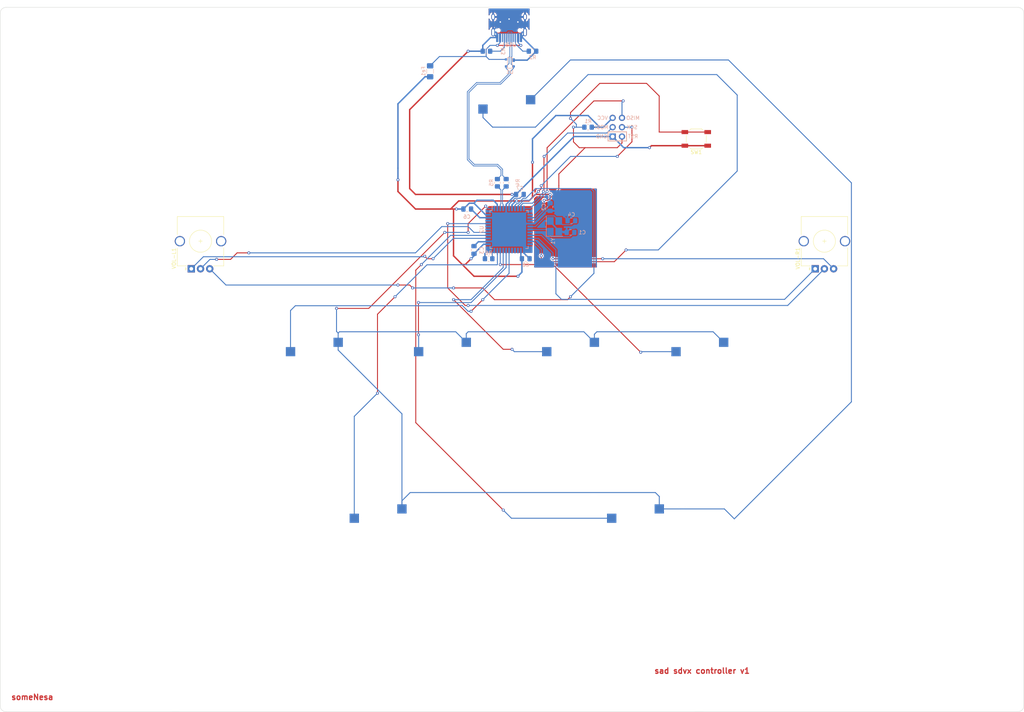
<source format=kicad_pcb>
(kicad_pcb (version 20211014) (generator pcbnew)
  (layers (0 "F.Cu" signal) (31 "B.Cu" signal) (34 "B.Paste" user) (35 "F.Paste" user) (36 "B.SilkS" user "B.Silkscreen") (37 "F.SilkS" user "F.Silkscreen") (38 "B.Mask" user) (39 "F.Mask" user) (44 "Edge.Cuts" user))
  (net 0 "")
  (net 1 "KEYROW")
  (net 2 "COLA")
  (net 3 "COLB")
  (net 4 "COLC")
  (net 5 "COLD")
  (net 6 "Net-(C1-Pad1)")
  (net 7 "GND")
  (net 8 "+5V")
  (net 9 "Net-(C4-Pad1)")
  (net 10 "Net-(C7-Pad1)")
  (net 11 "VCC")
  (net 12 "COLL")
  (net 13 "COLR")
  (net 14 "MISO")
  (net 15 "SCK")
  (net 16 "MOSI")
  (net 17 "RESET")
  (net 18 "Net-(R2-Pad1)")
  (net 19 "Net-(R3-Pad1)")
  (net 20 "D+")
  (net 21 "DATAP")
  (net 22 "D-")
  (net 23 "DATAN")
  (net 24 "Net-(R6-Pad1)")
  (net 25 "START")
  (net 26 "VOLLB")
  (net 29 "VOLRA")
  (net 30 "VOLRB")
  (net 35 "VOLLA")
  (net 36 "VOLLOUT")
  (net 39 "VOLROUT")
  (footprint "MX_Only:MXOnly-1.5U-Hotswap" (layer "F.Cu") (at 164.94125 105.56875)
    (fp_text reference "BT-C1")
    (fp_text value "MX-NoLED")
  )
  (footprint "MX_Only:MXOnly-2.25U-Hotswap" (layer "F.Cu") (at 182.5625 150.8125)
    (fp_text reference "FX-R1")
    (fp_text value "MX-NoLED")
  )
  (footprint "MX_Only:MXOnly-1U-Hotswap" (layer "F.Cu") (at 147.6375 39.6875)
    (fp_text reference "START1")
    (fp_text value "MX-NoLED")
  )
  (footprint "MX_Only:MXOnly-1.5U-Hotswap" (layer "F.Cu") (at 130.175 105.56875)
    (fp_text reference "BT-B1")
    (fp_text value "MX-NoLED")
  )
  (footprint "Button_Switch_SMD:SW_SPST_SKQG_WithStem" (layer "F.Cu") (at 198.4375 45.24375 180)
    (fp_text reference "SW1")
    (fp_text value "SW_Push")
  )
  (footprint "MX_Only:MXOnly-1.5U-Hotswap" (layer "F.Cu") (at 200.025 105.56875)
    (fp_text reference "BT-D1")
    (fp_text value "MX-NoLED")
  )
  (footprint "MX_Only:MXOnly-1.5U-Hotswap" (layer "F.Cu") (at 95.40875 105.56875)
    (fp_text reference "BT-A1")
    (fp_text value "MX-NoLED")
  )
  (footprint "MX_Only:MXOnly-2.25U-Hotswap" (layer "F.Cu") (at 112.7125 150.8125)
    (fp_text reference "FX-L1")
    (fp_text value "MX-NoLED")
  )
  (footprint "Rotary_Encoder:RotaryEncoder_Alps_EC12E_Vertical_H20mm_CircularMountingHoles" (layer "F.Cu") (at 230.70625 80.525 90)
    (fp_text reference "VOL-R1")
    (fp_text value "RotaryEncoder")
  )
  (footprint "Rotary_Encoder:RotaryEncoder_Alps_EC12E_Vertical_H20mm_CircularMountingHoles" (layer "F.Cu") (at 61.39375 80.525 90)
    (fp_text reference "VOL-L1")
    (fp_text value "RotaryEncoder")
  )
  (footprint "Capacitor_SMD:C_0805_2012Metric_Pad1.18x1.45mm_HandSolder" (layer "B.Cu") (at 158.75 63.74375 -90)
    (fp_text reference "C2")
    (fp_text value "0.1u")
  )
  (footprint "Resistor_SMD:R_0805_2012Metric_Pad1.20x1.40mm_HandSolder" (layer "B.Cu") (at 144.4625 57.15 -90)
    (fp_text reference "R5")
    (fp_text value "22")
  )
  (footprint "random-keyboard-parts:Reset_Pretty-Mask" (layer "B.Cu") (at 177.00625 42.06875 180)
    (fp_text reference "J1")
    (fp_text value "AVR-ISP-6")
  )
  (footprint "Package_QFP:TQFP-44_10x10mm_P0.8mm" (layer "B.Cu") (at 147.6375 69.85 -90)
    (fp_text reference "U2")
    (fp_text value "ATmega32U4-A")
  )
  (footprint "Type-C:HRO-TYPE-C-31-M-12-HandSoldering" (layer "B.Cu") (at 147.6375 9.5225)
    (fp_text reference "USB1")
    (fp_text value "HRO-TYPE-C-31-M-12")
  )
  (footprint "Capacitor_SMD:C_0805_2012Metric_Pad1.18x1.45mm_HandSolder" (layer "B.Cu") (at 138.1125 75.40625 90)
    (fp_text reference "C3")
    (fp_text value "0.1u")
  )
  (footprint "Resistor_SMD:R_0805_2012Metric_Pad1.20x1.40mm_HandSolder" (layer "B.Cu") (at 169.06875 42.06875 180)
    (fp_text reference "R1")
    (fp_text value "10k")
  )
  (footprint "Resistor_SMD:R_0805_2012Metric_Pad1.20x1.40mm_HandSolder" (layer "B.Cu") (at 142.08125 77.7875 180)
    (fp_text reference "R6")
    (fp_text value "10k")
  )
  (footprint "Fuse:Fuse_1206_3216Metric_Pad1.42x1.75mm_HandSolder" (layer "B.Cu") (at 126.20625 26.8875 -90)
    (fp_text reference "Fe1")
    (fp_text value "500m")
  )
  (footprint "Capacitor_SMD:C_0805_2012Metric_Pad1.18x1.45mm_HandSolder" (layer "B.Cu") (at 152.15625 77.7875)
    (fp_text reference "C8")
    (fp_text value "0.1u")
  )
  (footprint "random-keyboard-parts:SOT143B" (layer "B.Cu") (at 147.84375 24.60625 180)
    (fp_text reference "U1")
    (fp_text value "PRTR5V0U2X")
  )
  (footprint "Capacitor_SMD:C_0805_2012Metric_Pad1.18x1.45mm_HandSolder" (layer "B.Cu") (at 150.56875 60.325 180)
    (fp_text reference "C7")
    (fp_text value "1u")
  )
  (footprint "Capacitor_SMD:C_0805_2012Metric_Pad1.18x1.45mm_HandSolder" (layer "B.Cu") (at 164.30625 70.64375 180)
    (fp_text reference "C1")
    (fp_text value "22p")
  )
  (footprint "Capacitor_SMD:C_0805_2012Metric_Pad1.18x1.45mm_HandSolder" (layer "B.Cu") (at 164.55 67.46875 180)
    (fp_text reference "C4")
    (fp_text value "22p")
  )
  (footprint "Crystal:Crystal_SMD_3225-4Pin_3.2x2.5mm_HandSoldering" (layer "B.Cu") (at 159.965625 68.984375 90)
    (fp_text reference "Y1")
    (fp_text value "Crystal_GND24_Small")
  )
  (footprint "Capacitor_SMD:C_0805_2012Metric_Pad1.18x1.45mm_HandSolder" (layer "B.Cu") (at 136.28125 64.29375)
    (fp_text reference "C6")
    (fp_text value "0.1u")
  )
  (footprint "Resistor_SMD:R_0805_2012Metric_Pad1.20x1.40mm_HandSolder" (layer "B.Cu") (at 141.49375 21.43125 180)
    (fp_text reference "R3")
    (fp_text value "5.1k")
  )
  (footprint "Resistor_SMD:R_0805_2012Metric_Pad1.20x1.40mm_HandSolder" (layer "B.Cu") (at 153.9875 21.43125)
    (fp_text reference "R2")
    (fp_text value "5.1k")
  )
  (footprint "Resistor_SMD:R_0805_2012Metric_Pad1.20x1.40mm_HandSolder" (layer "B.Cu") (at 146.84375 57.15 -90)
    (fp_text reference "R4")
    (fp_text value "22")
  )
  (gr_line (start 11.1125 9.525) (end 285.75 9.525) (layer "Edge.Cuts") (width 0.1))
  (gr_line (start 9.525 199.23125) (end 9.525 11.1125) (layer "Edge.Cuts") (width 0.1))
  (gr_arc (start 287.327568 199.213778) (mid 286.8626 200.33631) (end 285.740068 200.801278) (layer "Edge.Cuts") (width 0.1))
  (gr_line (start 285.740068 200.801278) (end 11.1125 200.81875) (layer "Edge.Cuts") (width 0.1))
  (gr_arc (start 11.1125 200.81875) (mid 9.989968 200.353782) (end 9.525 199.23125) (layer "Edge.Cuts") (width 0.1))
  (gr_arc (start 285.75 9.525) (mid 286.872532 9.989968) (end 287.3375 11.1125) (layer "Edge.Cuts") (width 0.1))
  (gr_arc (start 9.525 11.1125) (mid 9.989968 9.989968) (end 11.1125 9.525) (layer "Edge.Cuts") (width 0.1))
  (gr_line (start 287.3375 11.1125) (end 287.327568 199.213778) (layer "Edge.Cuts") (width 0.1))
  (gr_text "sad sdvx controller v1" (at 200.025 189.70625) (layer "F.Cu") (effects (font (size 1.5 1.5) (thickness 0.3))))
  (gr_text "someNesa" (at 18.25625 196.85) (layer "F.Cu") (effects (font (size 1.5 1.5) (thickness 0.3))))
  (segment (start 130.175 70.64375) (end 109.5375 91.28125) (width 0.254) (layer "F.Cu") (net 1))
  (segment (start 109.5375 91.28125) (end 100.80625 91.28125) (width 0.254) (layer "F.Cu") (net 1))
  (segment (start 136.525 68.2625) (end 136.525 70.64375) (width 0.254) (layer "F.Cu") (net 1))
  (segment (start 141.2875 63.5) (end 136.525 68.2625) (width 0.254) (layer "F.Cu") (net 1))
  (via (at 130.175 70.64375) (size 0.8) (drill 0.4) (layers "F.Cu" "B.Cu") (net 1))
  (via (at 136.525 70.64375) (size 0.8) (drill 0.4) (layers "F.Cu" "B.Cu") (net 1))
  (via (at 141.2875 63.5) (size 0.8) (drill 0.4) (layers "F.Cu" "B.Cu") (net 1))
  (via (at 100.80625 91.28125) (size 0.8) (drill 0.4) (layers "F.Cu" "B.Cu") (net 1))
  (segment (start 136.017 100.48875) (end 136.017 98.13925) (width 0.254) (layer "B.Cu") (net 1))
  (segment (start 240.532761 57.176511) (end 240.532761 116.654739) (width 0.254) (layer "B.Cu") (net 1))
  (segment (start 136.017 98.13925) (end 136.525 97.63125) (width 0.254) (layer "B.Cu") (net 1))
  (segment (start 188.4045 145.7325) (end 188.4045 142.367) (width 0.254) (layer "B.Cu") (net 1))
  (segment (start 100.80625 97.536) (end 101.25075 97.9805) (width 0.254) (layer "B.Cu") (net 1))
  (segment (start 136.525 70.64375) (end 130.175 70.64375) (width 0.254) (layer "B.Cu") (net 1))
  (segment (start 188.4045 142.367) (end 187.325 141.2875) (width 0.254) (layer "B.Cu") (net 1))
  (segment (start 136.525 97.63125) (end 167.92575 97.63125) (width 0.254) (layer "B.Cu") (net 1))
  (segment (start 164.2745 23.8125) (end 207.16875 23.8125) (width 0.254) (layer "B.Cu") (net 1))
  (segment (start 118.5545 145.7325) (end 118.5545 119.908307) (width 0.254) (layer "B.Cu") (net 1))
  (segment (start 120.796739 141.2875) (end 118.5545 143.529739) (width 0.254) (layer "B.Cu") (net 1))
  (segment (start 240.532761 116.654739) (end 208.75625 148.43125) (width 0.254) (layer "B.Cu") (net 1))
  (segment (start 118.5545 143.529739) (end 118.5545 145.7325) (width 0.254) (layer "B.Cu") (net 1))
  (segment (start 207.16875 23.8125) (end 240.532761 57.176511) (width 0.254) (layer "B.Cu") (net 1))
  (segment (start 101.25075 97.9805) (end 101.6 97.63125) (width 0.254) (layer "B.Cu") (net 1))
  (segment (start 187.325 141.2875) (end 120.796739 141.2875) (width 0.254) (layer "B.Cu") (net 1))
  (segment (start 167.92575 97.63125) (end 170.78325 100.48875) (width 0.254) (layer "B.Cu") (net 1))
  (segment (start 141.9375 64.15) (end 141.2875 63.5) (width 0.254) (layer "B.Cu") (net 1))
  (segment (start 203.0095 97.63125) (end 205.867 100.48875) (width 0.254) (layer "B.Cu") (net 1))
  (segment (start 170.78325 98.298) (end 171.45 97.63125) (width 0.254) (layer "B.Cu") (net 1))
  (segment (start 143.6375 64.15) (end 141.9375 64.15) (width 0.254) (layer "B.Cu") (net 1))
  (segment (start 101.25075 100.48875) (end 101.25075 97.9805) (width 0.254) (layer "B.Cu") (net 1))
  (segment (start 101.25075 102.604557) (end 101.25075 100.48875) (width 0.254) (layer "B.Cu") (net 1))
  (segment (start 208.75625 148.43125) (end 206.0575 145.7325) (width 0.254) (layer "B.Cu") (net 1))
  (segment (start 153.4795 34.6075) (end 164.2745 23.8125) (width 0.254) (layer "B.Cu") (net 1))
  (segment (start 118.5545 119.908307) (end 101.25075 102.604557) (width 0.254) (layer "B.Cu") (net 1))
  (segment (start 101.6 97.63125) (end 133.1595 97.63125) (width 0.254) (layer "B.Cu") (net 1))
  (segment (start 171.45 97.63125) (end 203.0095 97.63125) (width 0.254) (layer "B.Cu") (net 1))
  (segment (start 206.0575 145.7325) (end 188.4045 145.7325) (width 0.254) (layer "B.Cu") (net 1))
  (segment (start 100.80625 91.28125) (end 100.80625 97.536) (width 0.254) (layer "B.Cu") (net 1))
  (segment (start 133.1595 97.63125) (end 136.017 100.48875) (width 0.254) (layer "B.Cu") (net 1))
  (segment (start 170.78325 100.48875) (end 170.78325 98.298) (width 0.254) (layer "B.Cu") (net 1))
  (segment (start 140.49375 88.9) (end 137.31875 92.075) (width 0.254) (layer "F.Cu") (net 2))
  (via (at 137.31875 92.075) (size 0.8) (drill 0.4) (layers "F.Cu" "B.Cu") (net 2))
  (via (at 140.49375 88.9) (size 0.8) (drill 0.4) (layers "F.Cu" "B.Cu") (net 2))
  (segment (start 133.704 90.4875) (end 133.636761 90.554739) (width 0.254) (layer "B.Cu") (net 2))
  (segment (start 89.626511 90.554739) (end 88.32375 91.8575) (width 0.254) (layer "B.Cu") (net 2))
  (segment (start 133.636761 90.554739) (end 89.626511 90.554739) (width 0.254) (layer "B.Cu") (net 2))
  (segment (start 147.6375 81.75625) (end 140.49375 88.9) (width 0.254) (layer "B.Cu") (net 2))
  (segment (start 134.9375 90.4875) (end 133.704 90.4875) (width 0.254) (layer "B.Cu") (net 2))
  (segment (start 136.525 92.075) (end 134.9375 90.4875) (width 0.254) (layer "B.Cu") (net 2))
  (segment (start 88.32375 91.8575) (end 88.32375 103.02875) (width 0.254) (layer "B.Cu") (net 2))
  (segment (start 147.6375 75.55) (end 147.6375 76.554) (width 0.254) (layer "B.Cu") (net 2))
  (segment (start 147.6375 76.554) (end 147.6375 81.75625) (width 0.254) (layer "B.Cu") (net 2))
  (segment (start 137.31875 92.075) (end 136.525 92.075) (width 0.254) (layer "B.Cu") (net 2))
  (segment (start 123.03125 98.425) (end 123.03125 89.69375) (width 0.254) (layer "F.Cu") (net 3))
  (via (at 123.03125 89.69375) (size 0.8) (drill 0.4) (layers "F.Cu" "B.Cu") (net 3))
  (via (at 123.03125 98.425) (size 0.8) (drill 0.4) (layers "F.Cu" "B.Cu") (net 3))
  (segment (start 137.31875 89.69375) (end 146.8375 80.175) (width 0.254) (layer "B.Cu") (net 3))
  (segment (start 146.8375 80.175) (end 146.8375 75.55) (width 0.254) (layer "B.Cu") (net 3))
  (segment (start 123.09 103.02875) (end 123.09 98.48375) (width 0.254) (layer "B.Cu") (net 3))
  (segment (start 123.03125 89.69375) (end 137.31875 89.69375) (width 0.254) (layer "B.Cu") (net 3))
  (segment (start 123.09 98.48375) (end 123.03125 98.425) (width 0.254) (layer "B.Cu") (net 3))
  (segment (start 146.05 102.39375) (end 148.43125 102.39375) (width 0.254) (layer "F.Cu") (net 4))
  (segment (start 132.55625 88.9) (end 146.05 102.39375) (width 0.254) (layer "F.Cu") (net 4))
  (via (at 132.55625 88.9) (size 0.8) (drill 0.4) (layers "F.Cu" "B.Cu") (net 4))
  (via (at 148.43125 102.39375) (size 0.8) (drill 0.4) (layers "F.Cu" "B.Cu") (net 4))
  (segment (start 137.31875 88.9) (end 132.55625 88.9) (width 0.254) (layer "B.Cu") (net 4))
  (segment (start 148.43125 102.39375) (end 149.06625 103.02875) (width 0.254) (layer "B.Cu") (net 4))
  (segment (start 146.0375 75.55) (end 146.0375 80.18125) (width 0.254) (layer "B.Cu") (net 4))
  (segment (start 146.0375 80.18125) (end 137.31875 88.9) (width 0.254) (layer "B.Cu") (net 4))
  (segment (start 149.06625 103.02875) (end 157.85625 103.02875) (width 0.254) (layer "B.Cu") (net 4))
  (segment (start 183.35625 103.1875) (end 160.3375 80.16875) (width 0.254) (layer "F.Cu") (net 5))
  (segment (start 145.25625 79.375) (end 159.54375 79.375) (width 0.254) (layer "F.Cu") (net 5))
  (segment (start 159.54375 79.375) (end 160.3375 80.16875) (width 0.254) (layer "F.Cu") (net 5))
  (via (at 145.25625 79.375) (size 0.8) (drill 0.4) (layers "F.Cu" "B.Cu") (net 5))
  (via (at 183.35625 103.1875) (size 0.8) (drill 0.4) (layers "F.Cu" "B.Cu") (net 5))
  (segment (start 145.2375 79.35625) (end 145.25625 79.375) (width 0.254) (layer "B.Cu") (net 5))
  (segment (start 145.2375 76.428022) (end 145.2375 75.55) (width 0.254) (layer "B.Cu") (net 5))
  (segment (start 145.2375 76.428022) (end 145.2375 79.35625) (width 0.254) (layer "B.Cu") (net 5))
  (segment (start 183.515 103.02875) (end 183.35625 103.1875) (width 0.254) (layer "B.Cu") (net 5))
  (segment (start 192.94 103.02875) (end 183.515 103.02875) (width 0.254) (layer "B.Cu") (net 5))
  (segment (start 165.34375 70.64375) (end 164.176614 71.810886) (width 0.254) (layer "B.Cu") (net 6))
  (segment (start 158.815625 71.503125) (end 158.815625 70.434375) (width 0.254) (layer "B.Cu") (net 6))
  (segment (start 158.23125 69.85) (end 153.3375 69.85) (width 0.254) (layer "B.Cu") (net 6))
  (segment (start 158.815625 70.434375) (end 158.23125 69.85) (width 0.254) (layer "B.Cu") (net 6))
  (segment (start 159.123386 71.810886) (end 158.815625 71.503125) (width 0.254) (layer "B.Cu") (net 6))
  (segment (start 164.176614 71.810886) (end 159.123386 71.810886) (width 0.254) (layer "B.Cu") (net 6))
  (segment (start 122.2375 60.325) (end 120.65 58.7375) (width 0.381) (layer "F.Cu") (net 7))
  (segment (start 201.5375 47.09375) (end 195.3375 47.09375) (width 0.381) (layer "F.Cu") (net 7))
  (segment (start 195.3375 47.09375) (end 186.26875 47.09375) (width 0.381) (layer "F.Cu") (net 7))
  (segment (start 148.43125 60.325) (end 122.2375 60.325) (width 0.381) (layer "F.Cu") (net 7))
  (segment (start 120.65 58.7375) (end 120.65 37.30625) (width 0.381) (layer "F.Cu") (net 7))
  (segment (start 186.26875 47.09375) (end 185.7375 47.625) (width 0.381) (layer "F.Cu") (net 7))
  (segment (start 120.65 37.30625) (end 136.525 21.43125) (width 0.381) (layer "F.Cu") (net 7))
  (via (at 145.25625 13.49375) (size 0.8) (drill 0.4) (layers "F.Cu" "B.Cu") (net 7))
  (via (at 136.525 21.43125) (size 0.8) (drill 0.4) (layers "F.Cu" "B.Cu") (net 7))
  (via (at 148.43125 60.325) (size 0.8) (drill 0.4) (layers "F.Cu" "B.Cu") (net 7))
  (via (at 147.6375 12.7) (size 0.8) (drill 0.4) (layers "F.Cu" "B.Cu") (net 7))
  (via (at 150.01875 13.49375) (size 0.8) (drill 0.4) (layers "F.Cu" "B.Cu") (net 7))
  (via (at 185.7375 47.625) (size 0.8) (drill 0.4) (layers "F.Cu" "B.Cu") (net 7))
  (segment (start 161.115625 70.434375) (end 163.059375 70.434375) (width 0.381) (layer "B.Cu") (net 7))
  (segment (start 142.62 17.7175) (end 140.49375 19.84375) (width 0.381) (layer "B.Cu") (net 7))
  (segment (start 166.6875 68.112584) (end 165.271354 69.52873) (width 0.381) (layer "B.Cu") (net 7))
  (segment (start 166.6875 66.675) (end 166.6875 68.112584) (width 0.381) (layer "B.Cu") (net 7))
  (segment (start 146.8375 65.85) (end 149.2375 68.25) (width 0.381) (layer "B.Cu") (net 7))
  (segment (start 143.3175 16.3025) (end 143.3175 15.7525) (width 0.381) (layer "B.Cu") (net 7))
  (segment (start 163.5125 67.46875) (end 164.62752 66.35373) (width 0.381) (layer "B.Cu") (net 7))
  (segment (start 140.49375 19.84375) (end 140.49375 21.43125) (width 0.381) (layer "B.Cu") (net 7))
  (segment (start 178.7525 47.625) (end 175.73625 44.60875) (width 0.381) (layer "B.Cu") (net 7))
  (segment (start 151.9575 15.4325) (end 151.9575 16.3025) (width 0.381) (layer "B.Cu") (net 7))
  (segment (start 149.53125 60.325) (end 146.84375 63.0125) (width 0.381) (layer "B.Cu") (net 7))
  (segment (start 152.5625 23.85625) (end 154.9875 21.43125) (width 0.381) (layer "B.Cu") (net 7))
  (segment (start 164.38377 69.52873) (end 163.26875 70.64375) (width 0.381) (layer "B.Cu") (net 7))
  (segment (start 163.059375 70.434375) (end 163.26875 70.64375) (width 0.381) (layer "B.Cu") (net 7))
  (segment (start 151.3965 14.8715) (end 151.9575 15.4325) (width 0.381) (layer "B.Cu") (net 7))
  (segment (start 158.75 64.78125) (end 161.092522 64.78125) (width 0.381) (layer "B.Cu") (net 7))
  (segment (start 175.73625 44.60875) (end 165.2475 44.60875) (width 0.381) (layer "B.Cu") (net 7))
  (segment (start 151.6375 75.55) (end 151.6375 76.23125) (width 0.381) (layer "B.Cu") (net 7))
  (segment (start 158.75 64.78125) (end 157.832252 64.78125) (width 0.381) (layer "B.Cu") (net 7))
  (segment (start 165.2475 44.60875) (end 149.53125 60.325) (width 0.381) (layer "B.Cu") (net 7))
  (segment (start 151.6375 76.23125) (end 153.19375 77.7875) (width 0.381) (layer "B.Cu") (net 7))
  (segment (start 137.31875 64.29375) (end 139.675 66.65) (width 0.381) (layer "B.Cu") (net 7))
  (segment (start 141.08125 77.7875) (end 141.08125 76.40625) (width 0.381) (layer "B.Cu") (net 7))
  (segment (start 158.815625 67.834375) (end 161.115625 70.134375) (width 0.381) (layer "B.Cu") (net 7))
  (segment (start 143.3175 16.6225) (end 144.4125 17.7175) (width 0.381) (layer "B.Cu") (net 7))
  (segment (start 161.115625 70.434375) (end 161.115625 70.134375) (width 0.381) (layer "B.Cu") (net 7))
  (segment (start 144.4375 66.65) (end 141.9375 66.65) (width 0.381) (layer "B.Cu") (net 7))
  (segment (start 149.2375 68.25) (end 153.3375 68.25) (width 0.381) (layer "B.Cu") (net 7))
  (segment (start 151.9575 12.1225) (end 151.9575 16.3025) (width 0.381) (layer "B.Cu") (net 7))
  (segment (start 165.271354 69.52873) (end 164.38377 69.52873) (width 0.381) (layer "B.Cu") (net 7))
  (segment (start 146.84375 63.0125) (end 146.84375 63.5) (width 0.381) (layer "B.Cu") (net 7))
  (segment (start 139.296261 73.184989) (end 142.08125 73.184989) (width 0.381) (layer "B.Cu") (net 7))
  (segment (start 151.27375 17.7175) (end 154.9875 21.43125) (width 0.381) (layer "B.Cu") (net 7))
  (segment (start 164.62752 66.35373) (end 166.36623 66.35373) (width 0.381) (layer "B.Cu") (net 7))
  (segment (start 141.9375 73.05) (end 144.4375 73.05) (width 0.381) (layer "B.Cu") (net 7))
  (segment (start 154.363502 68.25) (end 153.3375 68.25) (width 0.381) (layer "B.Cu") (net 7))
  (segment (start 138.1125 74.36875) (end 139.296261 73.184989) (width 0.381) (layer "B.Cu") (net 7))
  (segment (start 151.6375 73.85) (end 151.6375 75.55) (width 0.381) (layer "B.Cu") (net 7))
  (segment (start 146.8375 64.15) (end 146.8375 65.85) (width 0.381) (layer "B.Cu") (net 7))
  (segment (start 148.84375 23.85625) (end 152.5625 23.85625) (width 0.381) (layer "B.Cu") (net 7))
  (segment (start 147.6375 69.85) (end 151.6375 73.85) (width 0.381) (layer "B.Cu") (net 7))
  (segment (start 157.832252 64.78125) (end 154.363502 68.25) (width 0.381) (layer "B.Cu") (net 7))
  (segment (start 147.6375 69.85) (end 144.4375 66.65) (width 0.381) (layer "B.Cu") (net 7))
  (segment (start 136.525 21.43125) (end 140.49375 21.43125) (width 0.381) (layer "B.Cu") (net 7))
  (segment (start 143.3175 15.7525) (end 144.1985 14.8715) (width 0.381) (layer "B.Cu") (net 7))
  (segment (start 143.3175 16.3025) (end 143.3175 16.6225) (width 0.381) (layer "B.Cu") (net 7))
  (segment (start 144.1985 14.8715) (end 151.3965 14.8715) (width 0.381) (layer "B.Cu") (net 7))
  (segment (start 139.675 66.65) (end 141.9375 66.65) (width 0.381) (layer "B.Cu") (net 7))
  (segment (start 151.9575 16.6225) (end 150.8625 17.7175) (width 0.381) (layer "B.Cu") (net 7))
  (segment (start 161.092522 64.78125) (end 163.5125 67.201228) (width 0.381) (layer "B.Cu") (net 7))
  (segment (start 151.9575 16.3025) (end 151.9575 16.6225) (width 0.381) (layer "B.Cu") (net 7))
  (segment (start 163.4 70.775) (end 163.26875 70.64375) (width 0.381) (layer "B.Cu") (net 7))
  (segment (start 144.4375 73.05) (end 147.6375 69.85) (width 0.381) (layer "B.Cu") (net 7))
  (segment (start 149.53125 60.325) (end 148.43125 60.325) (width 0.381) (layer "B.Cu") (net 7))
  (segment (start 158.815625 67.834375) (end 158.815625 67.534375) (width 0.381) (layer "B.Cu") (net 7))
  (segment (start 141.08125 76.40625) (end 144.4375 73.05) (width 0.381) (layer "B.Cu") (net 7))
  (segment (start 147.6375 69.85) (end 149.2375 68.25) (width 0.381) (layer "B.Cu") (net 7))
  (segment (start 185.7375 47.625) (end 178.7525 47.625) (width 0.381) (layer "B.Cu") (net 7))
  (segment (start 144.4125 17.7175) (end 142.62 17.7175) (width 0.381) (layer "B.Cu") (net 7))
  (segment (start 166.36623 66.35373) (end 166.6875 66.675) (width 0.381) (layer "B.Cu") (net 7))
  (segment (start 150.8625 17.7175) (end 151.27375 17.7175) (width 0.381) (layer "B.Cu") (net 7))
  (segment (start 163.5125 67.201228) (end 163.5125 67.46875) (width 0.381) (layer "B.Cu") (net 7))
  (segment (start 143.3175 12.1225) (end 143.3175 16.3025) (width 0.381) (layer "B.Cu") (net 7))
  (segment (start 135.73125 79.375) (end 134.9375 79.375) (width 0.381) (layer "F.Cu") (net 8))
  (segment (start 138.1125 82.55) (end 150.01875 82.55) (width 0.381) (layer "F.Cu") (net 8))
  (segment (start 117.475 59.53125) (end 117.475 56.35625) (width 0.381) (layer "F.Cu") (net 8))
  (segment (start 122.2375 64.29375) (end 117.475 59.53125) (width 0.381) (layer "F.Cu") (net 8))
  (segment (start 137.31875 77.7875) (end 135.73125 79.375) (width 0.381) (layer "F.Cu") (net 8))
  (segment (start 132.55625 64.29375) (end 131.7625 64.29375) (width 0.381) (layer "F.Cu") (net 8))
  (segment (start 131.7625 64.29375) (end 133.95323 62.10302) (width 0.381) (layer "F.Cu") (net 8))
  (segment (start 133.95323 62.10302) (end 150.01875 62.10302) (width 0.381) (layer "F.Cu") (net 8))
  (segment (start 154.78125 60.325) (end 153.9875 61.11875) (width 0.381) (layer "F.Cu") (net 8))
  (segment (start 153.9875 51.59375) (end 153.9875 61.11875) (width 0.381) (layer "F.Cu") (net 8))
  (segment (start 153.9875 61.11875) (end 153.00323 62.10302) (width 0.381) (layer "F.Cu") (net 8))
  (segment (start 133.35 64.29375) (end 132.55625 64.29375) (width 0.381) (layer "F.Cu") (net 8))
  (segment (start 158.75 60.325) (end 154.78125 60.325) (width 0.381) (layer "F.Cu") (net 8))
  (segment (start 153.00323 62.10302) (end 150.01875 62.10302) (width 0.381) (layer "F.Cu") (net 8))
  (segment (start 131.7625 64.29375) (end 122.2375 64.29375) (width 0.381) (layer "F.Cu") (net 8))
  (segment (start 134.9375 79.375) (end 138.1125 82.55) (width 0.381) (layer "F.Cu") (net 8))
  (segment (start 132.55625 64.29375) (end 132.55625 76.99375) (width 0.381) (layer "F.Cu") (net 8))
  (segment (start 132.55625 76.99375) (end 134.9375 79.375) (width 0.381) (layer "F.Cu") (net 8))
  (via (at 137.31875 77.7875) (size 0.8) (drill 0.4) (layers "F.Cu" "B.Cu") (net 8))
  (via (at 133.35 64.29375) (size 0.8) (drill 0.4) (layers "F.Cu" "B.Cu") (net 8))
  (via (at 149.684673 62.103031) (size 0.8) (drill 0.4) (layers "F.Cu" "B.Cu") (net 8))
  (via (at 153.9875 51.59375) (size 0.8) (drill 0.4) (layers "F.Cu" "B.Cu") (net 8))
  (via (at 158.75 60.325) (size 0.8) (drill 0.4) (layers "F.Cu" "B.Cu") (net 8))
  (via (at 117.475 56.35625) (size 0.8) (drill 0.4) (layers "F.Cu" "B.Cu") (net 8))
  (via (at 150.01875 82.55) (size 0.8) (drill 0.4) (layers "F.Cu" "B.Cu") (net 8))
  (segment (start 124.81875 28.375) (end 117.475 35.71875) (width 0.381) (layer "B.Cu") (net 8))
  (segment (start 148.4375 63.144978) (end 149.479447 62.103031) (width 0.381) (layer "B.Cu") (net 8))
  (segment (start 158.75 62.70625) (end 158.75 63.042522) (width 0.381) (layer "B.Cu") (net 8))
  (segment (start 117.475 56.35625) (end 117.475 53.18125) (width 0.381) (layer "B.Cu") (net 8))
  (segment (start 135.24375 64.29375) (end 133.35 64.29375) (width 0.381) (layer "B.Cu") (net 8))
  (segment (start 149.479447 62.103031) (end 149.684673 62.103031) (width 0.381) (layer "B.Cu") (net 8))
  (segment (start 126.20625 28.375) (end 124.81875 28.375) (width 0.381) (layer "B.Cu") (net 8))
  (segment (start 138.1125 76.99375) (end 137.31875 77.7875) (width 0.381) (layer "B.Cu") (net 8))
  (segment (start 138.1125 62.70625) (end 136.83125 62.70625) (width 0.381) (layer "B.Cu") (net 8))
  (segment (start 148.4375 63.144978) (end 148.4375 64.15) (width 0.381) (layer "B.Cu") (net 8))
  (segment (start 158.75 62.70625) (end 158.75 60.325) (width 0.381) (layer "B.Cu") (net 8))
  (segment (start 154.342522 67.45) (end 153.3375 67.45) (width 0.381) (layer "B.Cu") (net 8))
  (segment (start 150.8375 77.50625) (end 151.11875 77.7875) (width 0.381) (layer "B.Cu") (net 8))
  (segment (start 136.83125 62.70625) (end 135.24375 64.29375) (width 0.381) (layer "B.Cu") (net 8))
  (segment (start 141.25625 65.85) (end 138.1125 62.70625) (width 0.381) (layer "B.Cu") (net 8))
  (segment (start 117.475 35.71875) (end 117.475 53.18125) (width 0.381) (layer "B.Cu") (net 8))
  (segment (start 142.875 61.9125) (end 138.90625 61.9125) (width 0.381) (layer "B.Cu") (net 8))
  (segment (start 138.1125 76.44375) (end 138.1125 76.99375) (width 0.381) (layer "B.Cu") (net 8))
  (segment (start 144.4375 63.019) (end 143.331 61.9125) (width 0.381) (layer "B.Cu") (net 8))
  (segment (start 140.70625 73.85) (end 141.9375 73.85) (width 0.381) (layer "B.Cu") (net 8))
  (segment (start 172.24375 42.06875) (end 169.06875 38.89375) (width 0.381) (layer "B.Cu") (net 8))
  (segment (start 138.1125 76.44375) (end 140.70625 73.85) (width 0.381) (layer "B.Cu") (net 8))
  (segment (start 158.75 63.042522) (end 154.342522 67.45) (width 0.381) (layer "B.Cu") (net 8))
  (segment (start 172.24375 42.06875) (end 173.19625 42.06875) (width 0.381) (layer "B.Cu") (net 8))
  (segment (start 150.01875 82.55) (end 151.11875 81.45) (width 0.381) (layer "B.Cu") (net 8))
  (segment (start 138.90625 61.9125) (end 138.1125 62.70625) (width 0.381) (layer "B.Cu") (net 8))
  (segment (start 153.9875 45.24375) (end 153.9875 51.59375) (width 0.381) (layer "B.Cu") (net 8))
  (segment (start 169.06875 38.89375) (end 160.3375 38.89375) (width 0.381) (layer "B.Cu") (net 8))
  (segment (start 150.8375 75.55) (end 150.8375 77.50625) (width 0.381) (layer "B.Cu") (net 8))
  (segment (start 144.4375 64.15) (end 144.4375 63.019) (width 0.381) (layer "B.Cu") (net 8))
  (segment (start 160.3375 38.89375) (end 153.9875 45.24375) (width 0.381) (layer "B.Cu") (net 8))
  (segment (start 141.9375 65.85) (end 141.25625 65.85) (width 0.381) (layer "B.Cu") (net 8))
  (segment (start 170.06875 42.06875) (end 172.24375 42.06875) (width 0.381) (layer "B.Cu") (net 8))
  (segment (start 143.331 61.9125) (end 142.875 61.9125) (width 0.381) (layer "B.Cu") (net 8))
  (segment (start 173.19625 42.06875) (end 175.73625 39.52875) (width 0.381) (layer "B.Cu") (net 8))
  (segment (start 151.11875 81.45) (end 151.11875 77.7875) (width 0.381) (layer "B.Cu") (net 8))
  (segment (start 161.115625 67.384375) (end 159.889114 66.157864) (width 0.254) (layer "B.Cu") (net 9))
  (segment (start 157.679636 66.157864) (end 154.7875 69.05) (width 0.254) (layer "B.Cu") (net 9))
  (segment (start 161.115625 67.534375) (end 161.115625 67.384375) (width 0.254) (layer "B.Cu") (net 9))
  (segment (start 162.10152 68.52027) (end 161.115625 67.534375) (width 0.254) (layer "B.Cu") (net 9))
  (segment (start 165.5875 67.46875) (end 164.53598 68.52027) (width 0.254) (layer "B.Cu") (net 9))
  (segment (start 159.889114 66.157864) (end 157.679636 66.157864) (width 0.254) (layer "B.Cu") (net 9))
  (segment (start 164.53598 68.52027) (end 162.10152 68.52027) (width 0.254) (layer "B.Cu") (net 9))
  (segment (start 154.7875 69.05) (end 153.3375 69.05) (width 0.254) (layer "B.Cu") (net 9))
  (segment (start 147.6375 62.96402) (end 147.6375 64.15) (width 0.254) (layer "B.Cu") (net 10))
  (segment (start 150.55473 61.37652) (end 149.225 61.37652) (width 0.254) (layer "B.Cu") (net 10))
  (segment (start 149.225 61.37652) (end 147.6375 62.96402) (width 0.254) (layer "B.Cu") (net 10))
  (segment (start 151.60625 60.325) (end 150.55473 61.37652) (width 0.254) (layer "B.Cu") (net 10))
  (segment (start 150.8125 19.84375) (end 144.4625 19.84375) (width 0.254) (layer "F.Cu") (net 11))
  (via (at 144.4625 19.84375) (size 0.8) (drill 0.4) (layers "F.Cu" "B.Cu") (net 11))
  (via (at 150.8125 19.84375) (size 0.8) (drill 0.4) (layers "F.Cu" "B.Cu") (net 11))
  (segment (start 142.19054 23.65625) (end 146.84375 23.65625) (width 0.254) (layer "B.Cu") (net 11))
  (segment (start 141.42027 22.88598) (end 128.72027 22.88598) (width 0.254) (layer "B.Cu") (net 11))
  (segment (start 144.4625 19.84375) (end 142.465928 19.84375) (width 0.254) (layer "B.Cu") (net 11))
  (segment (start 141.42027 22.88598) (end 142.19054 23.65625) (width 0.254) (layer "B.Cu") (net 11))
  (segment (start 144.4625 19.84375) (end 145.1875 19.11875) (width 0.254) (layer "B.Cu") (net 11))
  (segment (start 128.72027 22.88598) (end 126.20625 25.4) (width 0.254) (layer "B.Cu") (net 11))
  (segment (start 150.0875 17.7175) (end 150.0875 19.11875) (width 0.254) (layer "B.Cu") (net 11))
  (segment (start 142.465928 19.84375) (end 141.42027 20.889408) (width 0.254) (layer "B.Cu") (net 11))
  (segment (start 150.0875 19.11875) (end 150.8125 19.84375) (width 0.254) (layer "B.Cu") (net 11))
  (segment (start 141.42027 20.889408) (end 141.42027 22.88598) (width 0.254) (layer "B.Cu") (net 11))
  (segment (start 145.1875 19.11875) (end 145.1875 17.7175) (width 0.254) (layer "B.Cu") (net 11))
  (segment (start 111.91875 114.3) (end 111.91875 92.86875) (width 0.254) (layer "F.Cu") (net 12))
  (segment (start 111.91875 92.86875) (end 116.68125 88.10625) (width 0.254) (layer "F.Cu") (net 12))
  (via (at 111.91875 114.3) (size 0.8) (drill 0.4) (layers "F.Cu" "B.Cu") (net 12))
  (via (at 116.68125 88.10625) (size 0.8) (drill 0.4) (layers "F.Cu" "B.Cu") (net 12))
  (segment (start 144.4625 79.375) (end 144.395261 79.442239) (width 0.254) (layer "B.Cu") (net 12))
  (segment (start 144.395261 79.442239) (end 125.345261 79.442239) (width 0.254) (layer "B.Cu") (net 12))
  (segment (start 144.4375 75.55) (end 144.4375 76.586648) (width 0.254) (layer "B.Cu") (net 12))
  (segment (start 105.6275 148.2725) (end 105.6275 120.59125) (width 0.254) (layer "B.Cu") (net 12))
  (segment (start 105.6275 120.59125) (end 111.91875 114.3) (width 0.254) (layer "B.Cu") (net 12))
  (segment (start 125.345261 79.442239) (end 116.68125 88.10625) (width 0.254) (layer "B.Cu") (net 12))
  (segment (start 144.4625 76.611648) (end 144.4625 79.375) (width 0.254) (layer "B.Cu") (net 12))
  (segment (start 144.4375 76.586648) (end 144.4625 76.611648) (width 0.254) (layer "B.Cu") (net 12))
  (segment (start 122.304739 122.304739) (end 122.304739 80.895261) (width 0.254) (layer "F.Cu") (net 13))
  (segment (start 122.304739 80.895261) (end 123.825 79.375) (width 0.254) (layer "F.Cu") (net 13))
  (segment (start 146.05 146.05) (end 122.304739 122.304739) (width 0.254) (layer "F.Cu") (net 13))
  (via (at 146.05 146.05) (size 0.8) (drill 0.4) (layers "F.Cu" "B.Cu") (net 13))
  (via (at 123.825 79.375) (size 0.8) (drill 0.4) (layers "F.Cu" "B.Cu") (net 13))
  (segment (start 131.75 71.45) (end 141.9375 71.45) (width 0.254) (layer "B.Cu") (net 13))
  (segment (start 148.2725 148.2725) (end 146.05 146.05) (width 0.254) (layer "B.Cu") (net 13))
  (segment (start 175.4775 148.2725) (end 148.2725 148.2725) (width 0.254) (layer "B.Cu") (net 13))
  (segment (start 123.825 79.375) (end 131.75 71.45) (width 0.254) (layer "B.Cu") (net 13))
  (segment (start 170.65625 34.925) (end 169.06875 36.5125) (width 0.254) (layer "F.Cu") (net 14))
  (segment (start 169.06875 36.5125) (end 157.95625 47.625) (width 0.254) (layer "F.Cu") (net 14))
  (segment (start 157.95625 47.625) (end 157.95625 59.53125) (width 0.254) (layer "F.Cu") (net 14))
  (segment (start 178.59375 34.925) (end 170.65625 34.925) (width 0.254) (layer "F.Cu") (net 14))
  (via (at 157.95625 59.53125) (size 0.8) (drill 0.4) (layers "F.Cu" "B.Cu") (net 14))
  (via (at 178.59375 34.925) (size 0.8) (drill 0.4) (layers "F.Cu" "B.Cu") (net 14))
  (segment (start 153.3375 64.15) (end 151.6375 64.15) (width 0.254) (layer "B.Cu") (net 14))
  (segment (start 178.27625 39.52875) (end 178.27625 35.2425) (width 0.254) (layer "B.Cu") (net 14))
  (segment (start 178.27625 35.2425) (end 178.59375 34.925) (width 0.254) (layer "B.Cu") (net 14))
  (segment (start 157.95625 59.53125) (end 153.3375 64.15) (width 0.254) (layer "B.Cu") (net 14))
  (segment (start 156.36875 58.7375) (end 155.575 59.53125) (width 0.254) (layer "F.Cu") (net 15))
  (segment (start 156.36875 57.94375) (end 156.36875 58.7375) (width 0.254) (layer "F.Cu") (net 15))
  (segment (start 180.975 46.0375) (end 177.00625 50.00625) (width 0.254) (layer "F.Cu") (net 15))
  (segment (start 180.975 42.06875) (end 180.975 46.0375) (width 0.254) (layer "F.Cu") (net 15))
  (via (at 177.00625 50.00625) (size 0.8) (drill 0.4) (layers "F.Cu" "B.Cu") (net 15))
  (via (at 180.975 42.06875) (size 0.8) (drill 0.4) (layers "F.Cu" "B.Cu") (net 15))
  (via (at 156.36875 57.94375) (size 0.8) (drill 0.4) (layers "F.Cu" "B.Cu") (net 15))
  (via (at 155.575 59.53125) (size 0.8) (drill 0.4) (layers "F.Cu" "B.Cu") (net 15))
  (segment (start 164.30625 50.00625) (end 156.36875 57.94375) (width 0.254) (layer "B.Cu") (net 15))
  (segment (start 153.215728 61.890522) (end 151.599133 61.890522) (width 0.254) (layer "B.Cu") (net 15))
  (segment (start 178.27625 42.06875) (end 180.975 42.06875) (width 0.254) (layer "B.Cu") (net 15))
  (segment (start 177.00625 50.00625) (end 164.30625 50.00625) (width 0.254) (layer "B.Cu") (net 15))
  (segment (start 150.0375 63.452155) (end 150.0375 64.15) (width 0.254) (layer "B.Cu") (net 15))
  (segment (start 151.599133 61.890522) (end 150.0375 63.452155) (width 0.254) (layer "B.Cu") (net 15))
  (segment (start 155.575 59.53125) (end 153.215728 61.890522) (width 0.254) (layer "B.Cu") (net 15))
  (segment (start 157.095261 59.364812) (end 157.095261 50.073489) (width 0.254) (layer "F.Cu") (net 16))
  (segment (start 157.095261 50.073489) (end 157.1625 50.00625) (width 0.254) (layer "F.Cu") (net 16))
  (segment (start 156.942785 59.517288) (end 157.095261 59.364812) (width 0.254) (layer "F.Cu") (net 16))
  (via (at 156.942785 59.517288) (size 0.8) (drill 0.4) (layers "F.Cu" "B.Cu") (net 16))
  (via (at 157.1625 50.00625) (size 0.8) (drill 0.4) (layers "F.Cu" "B.Cu") (net 16))
  (segment (start 157.1625 50.00625) (end 163.5125 43.65625) (width 0.254) (layer "B.Cu") (net 16))
  (segment (start 156.942785 59.750965) (end 156.942785 59.517288) (width 0.254) (layer "B.Cu") (net 16))
  (segment (start 150.8125 64.125) (end 150.8125 63.318529) (width 0.254) (layer "B.Cu") (net 16))
  (segment (start 150.8125 63.318529) (end 151.11864 63.012389) (width 0.254) (layer "B.Cu") (net 16))
  (segment (start 151.11864 63.012389) (end 151.424779 62.70625) (width 0.254) (layer "B.Cu") (net 16))
  (segment (start 151.424779 62.70625) (end 153.9875 62.70625) (width 0.254) (layer "B.Cu") (net 16))
  (segment (start 150.8375 64.15) (end 150.8125 64.125) (width 0.254) (layer "B.Cu") (net 16))
  (segment (start 153.9875 62.70625) (end 156.942785 59.750965) (width 0.254) (layer "B.Cu") (net 16))
  (segment (start 163.5125 43.65625) (end 174.14875 43.65625) (width 0.254) (layer "B.Cu") (net 16))
  (segment (start 174.14875 43.65625) (end 175.73625 42.06875) (width 0.254) (layer "B.Cu") (net 16))
  (segment (start 161.13125 57.94375) (end 161.13125 54.76875) (width 0.254) (layer "F.Cu") (net 17))
  (segment (start 157.1625 61.9125) (end 158.189943 61.9125) (width 0.254) (layer "F.Cu") (net 17))
  (segment (start 195.3375 43.39375) (end 188.38125 43.39375) (width 0.254) (layer "F.Cu") (net 17))
  (segment (start 164.30625 38.1) (end 164.30625 39.6875) (width 0.254) (layer "F.Cu") (net 17))
  (segment (start 158.189943 61.9125) (end 161.13125 58.971193) (width 0.254) (layer "F.Cu") (net 17))
  (segment (start 195.3375 43.39375) (end 201.5375 43.39375) (width 0.254) (layer "F.Cu") (net 17))
  (segment (start 188.38125 33.6) (end 184.94375 30.1625) (width 0.254) (layer "F.Cu") (net 17))
  (segment (start 161.13125 58.971193) (end 161.13125 57.94375) (width 0.254) (layer "F.Cu") (net 17))
  (segment (start 166.6875 47.625) (end 177.00625 47.625) (width 0.254) (layer "F.Cu") (net 17))
  (segment (start 165.1 46.0375) (end 166.6875 47.625) (width 0.254) (layer "F.Cu") (net 17))
  (segment (start 178.27625 46.355) (end 178.27625 44.60875) (width 0.254) (layer "F.Cu") (net 17))
  (segment (start 177.00625 47.625) (end 178.27625 46.355) (width 0.254) (layer "F.Cu") (net 17))
  (segment (start 184.94375 30.1625) (end 172.24375 30.1625) (width 0.254) (layer "F.Cu") (net 17))
  (segment (start 172.24375 30.1625) (end 165.89375 36.5125) (width 0.254) (layer "F.Cu") (net 17))
  (segment (start 161.13125 54.76875) (end 168.275 47.625) (width 0.254) (layer "F.Cu") (net 17))
  (segment (start 188.38125 43.39375) (end 188.38125 33.6) (width 0.254) (layer "F.Cu") (net 17))
  (segment (start 165.1 42.06875) (end 165.1 46.0375) (width 0.254) (layer "F.Cu") (net 17))
  (segment (start 165.89375 36.5125) (end 164.30625 38.1) (width 0.254) (layer "F.Cu") (net 17))
  (via (at 165.1 42.06875) (size 0.8) (drill 0.4) (layers "F.Cu" "B.Cu") (net 17))
  (via (at 157.1625 61.9125) (size 0.8) (drill 0.4) (layers "F.Cu" "B.Cu") (net 17))
  (via (at 164.30625 39.6875) (size 0.8) (drill 0.4) (layers "F.Cu" "B.Cu") (net 17))
  (segment (start 154.3415 66.65) (end 157.1625 63.829) (width 0.254) (layer "B.Cu") (net 17))
  (segment (start 165.89375 41.275) (end 165.89375 42.06875) (width 0.254) (layer "B.Cu") (net 17))
  (segment (start 164.30625 39.6875) (end 165.89375 41.275) (width 0.254) (layer "B.Cu") (net 17))
  (segment (start 153.3375 66.65) (end 154.3415 66.65) (width 0.254) (layer "B.Cu") (net 17))
  (segment (start 168.06875 42.06875) (end 165.1 42.06875) (width 0.254) (layer "B.Cu") (net 17))
  (segment (start 157.1625 63.829) (end 157.1625 61.9125) (width 0.254) (layer "B.Cu") (net 17))
  (segment (start 151.372557 21.43125) (end 149.364011 19.422704) (width 0.254) (layer "B.Cu") (net 18))
  (segment (start 152.9875 21.43125) (end 151.372557 21.43125) (width 0.254) (layer "B.Cu") (net 18))
  (segment (start 149.364011 19.422704) (end 149.364011 18.25625) (width 0.254) (layer "B.Cu") (net 18))
  (segment (start 146.3875 17.7175) (end 146.3875 20.3) (width 0.254) (layer "B.Cu") (net 19))
  (segment (start 146.3875 20.3) (end 145.25625 21.43125) (width 0.254) (layer "B.Cu") (net 19))
  (segment (start 145.25625 21.43125) (end 142.49375 21.43125) (width 0.254) (layer "B.Cu") (net 19))
  (segment (start 148.194239 24.906739) (end 148.84375 25.55625) (width 0.2) (layer "B.Cu") (net 20))
  (segment (start 145.878126 55.184376) (end 146.84375 56.15) (width 0.2) (layer "B.Cu") (net 20))
  (segment (start 148.06875 27.6682) (end 145.34945 30.3875) (width 0.2) (layer "B.Cu") (net 20))
  (segment (start 148.06875 26.856251) (end 148.06875 27.6682) (width 0.2) (layer "B.Cu") (net 20))
  (segment (start 148.3875 22.863478) (end 148.194239 23.056739) (width 0.2) (layer "B.Cu") (net 20))
  (segment (start 148.84375 26.081251) (end 148.06875 26.856251) (width 0.2) (layer "B.Cu") (net 20))
  (segment (start 148.3875 16.243478) (end 148.3875 17.7175) (width 0.2) (layer "B.Cu") (net 20))
  (segment (start 145.34945 30.3875) (end 138.99945 30.3875) (width 0.2) (layer "B.Cu") (net 20))
  (segment (start 136.75 50.7068) (end 138.2057 52.1625) (width 0.2) (layer "B.Cu") (net 20))
  (segment (start 148.337011 16.192989) (end 148.3875 16.243478) (width 0.2) (layer "B.Cu") (net 20))
  (segment (start 148.3875 17.7175) (end 148.3875 22.863478) (width 0.2) (layer "B.Cu") (net 20))
  (segment (start 144.5557 52.1625) (end 145.878126 53.484926) (width 0.2) (layer "B.Cu") (net 20))
  (segment (start 138.99945 30.3875) (end 136.75 32.63695) (width 0.2) (layer "B.Cu") (net 20))
  (segment (start 145.878126 53.484926) (end 145.878126 55.184376) (width 0.2) (layer "B.Cu") (net 20))
  (segment (start 136.75 32.63695) (end 136.75 50.7068) (width 0.2) (layer "B.Cu") (net 20))
  (segment (start 148.194239 23.056739) (end 148.194239 24.906739) (width 0.2) (layer "B.Cu") (net 20))
  (segment (start 147.437989 16.192989) (end 148.337011 16.192989) (width 0.2) (layer "B.Cu") (net 20))
  (segment (start 138.2057 52.1625) (end 144.5557 52.1625) (width 0.2) (layer "B.Cu") (net 20))
  (segment (start 148.84375 25.55625) (end 148.84375 26.081251) (width 0.2) (layer "B.Cu") (net 20))
  (segment (start 147.3875 16.243478) (end 147.437989 16.192989) (width 0.2) (layer "B.Cu") (net 20))
  (segment (start 147.3875 17.7175) (end 147.3875 16.243478) (width 0.2) (layer "B.Cu") (net 20))
  (segment (start 146.0375 63.024999) (end 145.8625 62.849999) (width 0.2) (layer "B.Cu") (net 21))
  (segment (start 146.0375 64.15) (end 146.0375 63.024999) (width 0.2) (layer "B.Cu") (net 21))
  (segment (start 146.84375 58.15) (end 146.05 58.94375) (width 0.254) (layer "B.Cu") (net 21))
  (segment (start 145.8625 59.13125) (end 146.05 58.94375) (width 0.2) (layer "B.Cu") (net 21))
  (segment (start 145.8625 62.849999) (end 145.8625 59.13125) (width 0.2) (layer "B.Cu") (net 21))
  (segment (start 138.0193 52.6125) (end 144.3693 52.6125) (width 0.2) (layer "B.Cu") (net 22))
  (segment (start 147.6375 23.01875) (end 147.6375 24.7625) (width 0.2) (layer "B.Cu") (net 22))
  (segment (start 144.3693 52.6125) (end 145.428124 53.671324) (width 0.2) (layer "B.Cu") (net 22))
  (segment (start 146.8875 17.7175) (end 146.8875 19.191522) (width 0.2) (layer "B.Cu") (net 22))
  (segment (start 147.6375 24.7625) (end 146.84375 25.55625) (width 0.2) (layer "B.Cu") (net 22))
  (segment (start 146.84375 25.55625) (end 146.84375 26.081251) (width 0.2) (layer "B.Cu") (net 22))
  (segment (start 147.61875 26.856251) (end 147.61875 27.4818) (width 0.2) (layer "B.Cu") (net 22))
  (segment (start 138.81305 29.9375) (end 136.3 32.45055) (width 0.2) (layer "B.Cu") (net 22))
  (segment (start 145.428124 55.184376) (end 144.4625 56.15) (width 0.2) (layer "B.Cu") (net 22))
  (segment (start 136.3 32.45055) (end 136.3 50.8932) (width 0.2) (layer "B.Cu") (net 22))
  (segment (start 147.837011 19.242011) (end 147.837011 22.819239) (width 0.2) (layer "B.Cu") (net 22))
  (segment (start 147.8875 19.191522) (end 147.8875 17.7175) (width 0.2) (layer "B.Cu") (net 22))
  (segment (start 146.84375 26.081251) (end 147.61875 26.856251) (width 0.2) (layer "B.Cu") (net 22))
  (segment (start 146.937989 19.242011) (end 147.837011 19.242011) (width 0.2) (layer "B.Cu") (net 22))
  (segment (start 147.837011 19.242011) (end 147.8875 19.191522) (width 0.2) (layer "B.Cu") (net 22))
  (segment (start 146.8875 19.191522) (end 146.937989 19.242011) (width 0.2) (layer "B.Cu") (net 22))
  (segment (start 147.61875 27.4818) (end 145.16305 29.9375) (width 0.2) (layer "B.Cu") (net 22))
  (segment (start 145.16305 29.9375) (end 138.81305 29.9375) (width 0.2) (layer "B.Cu") (net 22))
  (segment (start 145.428124 53.671324) (end 145.428124 55.184376) (width 0.2) (layer "B.Cu") (net 22))
  (segment (start 147.837011 22.819239) (end 147.6375 23.01875) (width 0.2) (layer "B.Cu") (net 22))
  (segment (start 136.3 50.8932) (end 138.0193 52.6125) (width 0.2) (layer "B.Cu") (net 22))
  (segment (start 145.4125 59.1) (end 145.2375 58.925) (width 0.2) (layer "B.Cu") (net 23))
  (segment (start 144.4625 58.15) (end 145.2375 58.925) (width 0.254) (layer "B.Cu") (net 23))
  (segment (start 145.4125 62.849999) (end 145.4125 59.1) (width 0.2) (layer "B.Cu") (net 23))
  (segment (start 145.2375 64.15) (end 145.2375 63.024999) (width 0.2) (layer "B.Cu") (net 23))
  (segment (start 145.2375 63.024999) (end 145.4125 62.849999) (width 0.2) (layer "B.Cu") (net 23))
  (segment (start 143.08125 76.10625) (end 143.6375 75.55) (width 0.254) (layer "B.Cu") (net 24))
  (segment (start 143.08125 77.7875) (end 143.08125 76.10625) (width 0.254) (layer "B.Cu") (net 24))
  (segment (start 176.2125 78.58125) (end 157.1625 78.58125) (width 0.254) (layer "F.Cu") (net 25))
  (segment (start 157.1625 78.58125) (end 156.36875 77.7875) (width 0.254) (layer "F.Cu") (net 25))
  (segment (start 156.36875 77.7875) (end 156.36875 76.99375) (width 0.254) (layer "F.Cu") (net 25))
  (segment (start 179.3875 75.40625) (end 176.2125 78.58125) (width 0.254) (layer "F.Cu") (net 25))
  (via (at 179.3875 75.40625) (size 0.8) (drill 0.4) (layers "F.Cu" "B.Cu") (net 25))
  (via (at 156.36875 76.99375) (size 0.8) (drill 0.4) (layers "F.Cu" "B.Cu") (net 25))
  (segment (start 167.48125 29.36875) (end 169.06875 27.78125) (width 0.254) (layer "B.Cu") (net 25))
  (segment (start 209.55 33.3375) (end 209.55 53.975) (width 0.254) (layer "B.Cu") (net 25))
  (segment (start 154.792079 42.057921) (end 167.48125 29.36875) (width 0.254) (layer "B.Cu") (net 25))
  (segment (start 169.06875 27.78125) (end 203.99375 27.78125) (width 0.254) (layer "B.Cu") (net 25))
  (segment (start 203.99375 27.78125) (end 209.55 33.3375) (width 0.254) (layer "B.Cu") (net 25))
  (segment (start 143.158002 42.057921) (end 154.792079 42.057921) (width 0.254) (layer "B.Cu") (net 25))
  (segment (start 140.5525 37.1475) (end 140.5525 39.452419) (width 0.254) (layer "B.Cu") (net 25))
  (segment (start 140.5525 39.452419) (end 143.158002 42.057921) (width 0.254) (layer "B.Cu") (net 25))
  (segment (start 209.55 53.975) (end 188.11875 75.40625) (width 0.254) (layer "B.Cu") (net 25))
  (segment (start 156.36875 76.99375) (end 156.36875 75.203228) (width 0.254) (layer "B.Cu") (net 25))
  (segment (start 154.190522 73.025) (end 153.9875 73.025) (width 0.254) (layer "B.Cu") (net 25))
  (segment (start 188.11875 75.40625) (end 179.3875 75.40625) (width 0.254) (layer "B.Cu") (net 25))
  (segment (start 156.36875 75.203228) (end 154.190522 73.025) (width 0.254) (layer "B.Cu") (net 25))
  (segment (start 117.475 84.93125) (end 120.65 84.93125) (width 0.254) (layer "F.Cu") (net 26))
  (segment (start 120.65 84.93125) (end 121.44375 85.725) (width 0.254) (layer "F.Cu") (net 26))
  (segment (start 140.49375 85.725) (end 143.66875 88.9) (width 0.254) (layer "F.Cu") (net 26))
  (segment (start 163.5125 88.9) (end 164.30625 88.10625) (width 0.254) (layer "F.Cu") (net 26))
  (segment (start 143.66875 88.9) (end 163.5125 88.9) (width 0.254) (layer "F.Cu") (net 26))
  (segment (start 132.55625 85.725) (end 140.49375 85.725) (width 0.254) (layer "F.Cu") (net 26))
  (via (at 132.55625 85.725) (size 0.8) (drill 0.4) (layers "F.Cu" "B.Cu") (net 26))
  (via (at 121.44375 85.725) (size 0.8) (drill 0.4) (layers "F.Cu" "B.Cu") (net 26))
  (via (at 164.30625 88.10625) (size 0.8) (drill 0.4) (layers "F.Cu" "B.Cu") (net 26))
  (via (at 117.475 84.93125) (size 0.8) (drill 0.4) (layers "F.Cu" "B.Cu") (net 26))
  (segment (start 121.44375 85.725) (end 132.55625 85.725) (width 0.254) (layer "B.Cu") (net 26))
  (segment (start 152.182552 61.37652) (end 151.471761 61.37652) (width 0.254) (layer "B.Cu") (net 26))
  (segment (start 150.01875 62.829531) (end 149.679947 62.829531) (width 0.254) (layer "B.Cu") (net 26))
  (segment (start 149.679947 62.829531) (end 149.2375 63.271978) (width 0.254) (layer "B.Cu") (net 26))
  (segment (start 70.8 84.93125) (end 117.475 84.93125) (width 0.254) (layer "B.Cu") (net 26))
  (segment (start 66.39375 80.525) (end 70.8 84.93125) (width 0.254) (layer "B.Cu") (net 26))
  (segment (start 151.471761 61.37652) (end 150.01875 62.829531) (width 0.254) (layer "B.Cu") (net 26))
  (segment (start 154.821572 58.7375) (end 152.182552 61.37652) (width 0.254) (layer "B.Cu") (net 26))
  (segment (start 169.8625 58.7375) (end 154.821572 58.7375) (width 0.254) (layer "B.Cu") (net 26))
  (segment (start 164.30625 88.10625) (end 170.65625 81.75625) (width 0.254) (layer "B.Cu") (net 26))
  (segment (start 149.2375 63.271978) (end 149.2375 64.15) (width 0.254) (layer "B.Cu") (net 26))
  (segment (start 170.65625 81.75625) (end 170.65625 59.53125) (width 0.254) (layer "B.Cu") (net 26))
  (segment (start 170.65625 59.53125) (end 169.8625 58.7375) (width 0.254) (layer "B.Cu") (net 26))
  (segment (start 161.857761 88.832761) (end 222.398489 88.832761) (width 0.254) (layer "B.Cu") (net 29))
  (segment (start 156.35625 71.45) (end 156.36875 71.4375) (width 0.254) (layer "B.Cu") (net 29))
  (segment (start 160.3375 87.3125) (end 161.857761 88.832761) (width 0.254) (layer "B.Cu") (net 29))
  (segment (start 160.3375 75.40625) (end 160.3375 87.3125) (width 0.254) (layer "B.Cu") (net 29))
  (segment (start 153.3375 71.45) (end 156.35625 71.45) (width 0.254) (layer "B.Cu") (net 29))
  (segment (start 222.398489 88.832761) (end 230.70625 80.525) (width 0.254) (layer "B.Cu") (net 29))
  (segment (start 156.36875 71.4375) (end 160.3375 75.40625) (width 0.254) (layer "B.Cu") (net 29))
  (segment (start 159.54375 77.7875) (end 173.0375 77.7875) (width 0.254) (layer "F.Cu") (net 30))
  (via (at 159.54375 77.7875) (size 0.8) (drill 0.4) (layers "F.Cu" "B.Cu") (net 30))
  (via (at 173.0375 77.7875) (size 0.8) (drill 0.4) (layers "F.Cu" "B.Cu") (net 30))
  (segment (start 159.54375 76.2) (end 159.54375 77.7875) (width 0.254) (layer "B.Cu") (net 30))
  (segment (start 155.59375 72.25) (end 159.54375 76.2) (width 0.254) (layer "B.Cu") (net 30))
  (segment (start 235.70625 80.525) (end 232.96875 77.7875) (width 0.254) (layer "B.Cu") (net 30))
  (segment (start 232.96875 77.7875) (end 173.0375 77.7875) (width 0.254) (layer "B.Cu") (net 30))
  (segment (start 153.3375 72.25) (end 155.59375 72.25) (width 0.254) (layer "B.Cu") (net 30))
  (segment (start 124.735589 77.110589) (end 125.4125 77.7875) (width 0.254) (layer "F.Cu") (net 35))
  (segment (start 125.4125 77.7875) (end 127 77.7875) (width 0.254) (layer "F.Cu") (net 35))
  (via (at 127 77.7875) (size 0.8) (drill 0.4) (layers "F.Cu" "B.Cu") (net 35))
  (via (at 124.735589 77.110589) (size 0.8) (drill 0.4) (layers "F.Cu" "B.Cu") (net 35))
  (segment (start 64.67652 77.24223) (end 124.603948 77.24223) (width 0.254) (layer "B.Cu") (net 35))
  (segment (start 132.5375 72.25) (end 141.9375 72.25) (width 0.254) (layer "B.Cu") (net 35))
  (segment (start 61.39375 80.525) (end 64.67652 77.24223) (width 0.254) (layer "B.Cu") (net 35))
  (segment (start 124.603948 77.24223) (end 124.735589 77.110589) (width 0.254) (layer "B.Cu") (net 35))
  (segment (start 127 77.7875) (end 132.5375 72.25) (width 0.254) (layer "B.Cu") (net 35))
  (segment (start 68.2625 77.96873) (end 72.05002 77.96873) (width 0.254) (layer "F.Cu") (net 36))
  (segment (start 73.81875 76.2) (end 76.99375 76.2) (width 0.254) (layer "F.Cu") (net 36))
  (segment (start 72.05002 77.96873) (end 73.81875 76.2) (width 0.254) (layer "F.Cu") (net 36))
  (via (at 76.99375 76.2) (size 0.8) (drill 0.4) (layers "F.Cu" "B.Cu") (net 36))
  (via (at 68.2625 77.96873) (size 0.8) (drill 0.4) (layers "F.Cu" "B.Cu") (net 36))
  (segment (start 66.45002 77.96873) (end 68.2625 77.96873) (width 0.254) (layer "B.Cu") (net 36))
  (segment (start 138.11875 70.65) (end 141.9375 70.65) (width 0.254) (layer "B.Cu") (net 36))
  (segment (start 76.99375 76.2) (end 122.2375 76.2) (width 0.254) (layer "B.Cu") (net 36))
  (segment (start 63.89375 80.525) (end 66.45002 77.96873) (width 0.254) (layer "B.Cu") (net 36))
  (segment (start 122.2375 76.2) (end 129.38125 69.05625) (width 0.254) (layer "B.Cu") (net 36))
  (segment (start 129.38125 69.05625) (end 136.525 69.05625) (width 0.254) (layer "B.Cu") (net 36))
  (segment (start 136.525 69.05625) (end 138.11875 70.65) (width 0.254) (layer "B.Cu") (net 36))
  (segment (start 135.73125 90.4875) (end 130.96875 85.725) (width 0.254) (layer "F.Cu") (net 39))
  (segment (start 136.525 90.4875) (end 135.73125 90.4875) (width 0.254) (layer "F.Cu") (net 39))
  (segment (start 130.96875 85.725) (end 130.96875 68.2625) (width 0.254) (layer "F.Cu") (net 39))
  (via (at 130.96875 68.2625) (size 0.8) (drill 0.4) (layers "F.Cu" "B.Cu") (net 39))
  (via (at 136.525 90.4875) (size 0.8) (drill 0.4) (layers "F.Cu" "B.Cu") (net 39))
  (segment (start 130.98125 68.25) (end 141.9375 68.25) (width 0.254) (layer "B.Cu") (net 39))
  (segment (start 223.24375 90.4875) (end 136.525 90.4875) (width 0.254) (layer "B.Cu") (net 39))
  (segment (start 130.96875 68.2625) (end 130.98125 68.25) (width 0.254) (layer "B.Cu") (net 39))
  (segment (start 233.20625 80.525) (end 223.24375 90.4875) (width 0.254) (layer "B.Cu") (net 39))
  (zone (net 7) (net_name "GND") (layers F&B.Cu) (connect_pads (clearance 0.308)) (min_thickness 0.254) (fill yes (thermal_gap 0.508) (thermal_bridge_width 0.508) (island_removal_mode 2) (island_area_min 0))
    (polygon (pts (xy 171.45 80.16875) (xy 154.444003 80.16875) (xy 154.458729 70.250501) (xy 152.441276 70.279952) (xy 152.50018 67.879625) (xy 154.458729 67.864899) (xy 154.3851 58.7375) (xy 171.45 58.7375)))
  )
  (zone (net 7) (net_name "GND") (layers F&B.Cu) (connect_pads yes (clearance 0.308)) (min_thickness 0.254) (fill yes (thermal_gap 0.508) (thermal_bridge_width 0.508) (island_removal_mode 2) (island_area_min 0))
    (polygon (pts (xy 153.9875 76.2) (xy 141.2875 76.2) (xy 141.2875 63.5) (xy 153.9875 63.5)))
  )
  (zone (net 7) (net_name "GND") (layers F&B.Cu) (connect_pads (clearance 0.308)) (min_thickness 0.254) (fill yes (thermal_gap 0.508) (thermal_bridge_width 0.508))
    (polygon (pts (xy 153.19375 16.66875) (xy 142.08125 16.66875) (xy 142.08125 9.525) (xy 153.19375 9.525)))
  )
)
</source>
